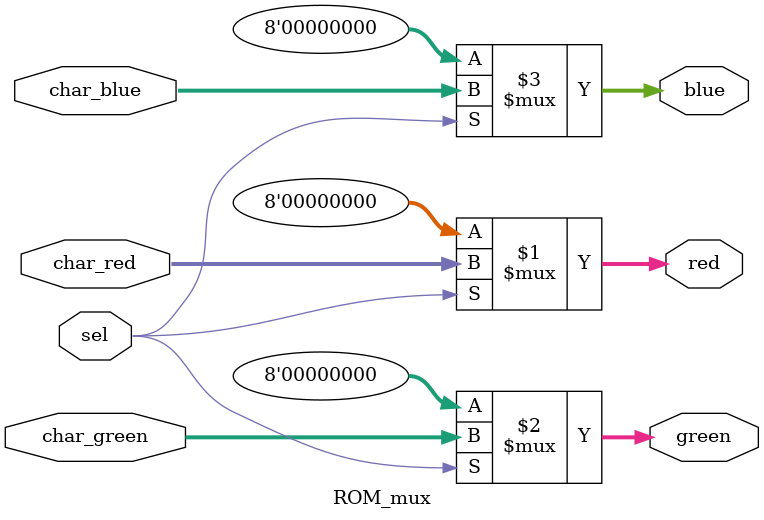
<source format=v>
`timescale 1ns / 1ps

/*
	Mux that chooses from upper part of DO to lower part of DO based on counter for box_time
	sel needs to be driven from 0 - 1 when we are halfway through the box_time display area
	sel is driven by box_time_half
*/

module ROM_mux
(
	input sel,
	input [7:0] char_red,
	input [7:0] char_green,
	input [7:0] char_blue,
	output [7:0] red,
	output [7:0] green,
	output [7:0] blue
);

assign red = sel ? char_red : 8'd0;
assign green = sel ? char_green : 8'd0;
assign blue = sel ? char_blue : 8'd0;

endmodule

</source>
